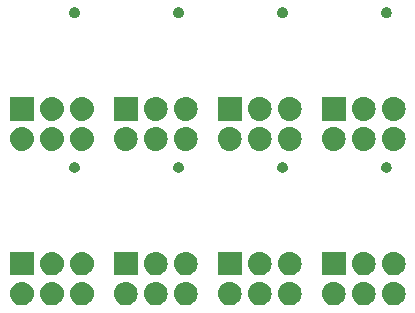
<source format=gbr>
G04 #@! TF.GenerationSoftware,KiCad,Pcbnew,(5.0.1-3-g963ef8bb5)*
G04 #@! TF.CreationDate,2019-09-15T11:53:47-04:00*
G04 #@! TF.ProjectId,RPiheader2x2,5250696865616465723278322E6B6963,rev?*
G04 #@! TF.SameCoordinates,Original*
G04 #@! TF.FileFunction,Soldermask,Top*
G04 #@! TF.FilePolarity,Negative*
%FSLAX45Y45*%
G04 Gerber Fmt 4.5, Leading zero omitted, Abs format (unit mm)*
G04 Created by KiCad (PCBNEW (5.0.1-3-g963ef8bb5)) date Sunday, September 15, 2019 at 11:53:47 am*
%MOMM*%
%LPD*%
G01*
G04 APERTURE LIST*
%ADD10C,0.021524*%
G04 APERTURE END LIST*
D10*
G36*
X1591603Y253553D02*
X1591603Y253553D01*
X1591603Y253553D01*
X1610453Y247835D01*
X1610454Y247835D01*
X1627826Y238549D01*
X1643053Y226053D01*
X1655549Y210826D01*
X1664835Y193454D01*
X1670553Y174603D01*
X1672484Y155000D01*
X1670553Y135397D01*
X1664835Y116546D01*
X1655549Y99174D01*
X1643053Y83947D01*
X1627826Y71451D01*
X1627826Y71451D01*
X1610453Y62165D01*
X1591603Y56447D01*
X1591603Y56447D01*
X1591603Y56447D01*
X1576912Y55000D01*
X1567088Y55000D01*
X1552397Y56447D01*
X1552397Y56447D01*
X1552397Y56447D01*
X1533546Y62165D01*
X1516174Y71451D01*
X1516174Y71451D01*
X1500947Y83947D01*
X1488451Y99174D01*
X1479165Y116546D01*
X1473447Y135397D01*
X1471516Y155000D01*
X1473447Y174603D01*
X1479165Y193454D01*
X1488451Y210826D01*
X1500947Y226053D01*
X1516174Y238549D01*
X1533546Y247835D01*
X1533546Y247835D01*
X1552397Y253553D01*
X1552397Y253553D01*
X1552397Y253553D01*
X1567088Y255000D01*
X1576912Y255000D01*
X1591603Y253553D01*
X1591603Y253553D01*
G37*
G36*
X1337603Y253553D02*
X1337603Y253553D01*
X1337603Y253553D01*
X1356454Y247835D01*
X1356454Y247835D01*
X1373826Y238549D01*
X1389053Y226053D01*
X1401549Y210826D01*
X1410835Y193454D01*
X1416553Y174603D01*
X1418484Y155000D01*
X1416553Y135397D01*
X1410835Y116546D01*
X1401549Y99174D01*
X1389053Y83947D01*
X1373826Y71451D01*
X1373826Y71451D01*
X1356454Y62165D01*
X1337603Y56447D01*
X1337603Y56447D01*
X1337603Y56447D01*
X1322912Y55000D01*
X1313088Y55000D01*
X1298397Y56447D01*
X1298397Y56447D01*
X1298397Y56447D01*
X1279547Y62165D01*
X1262174Y71451D01*
X1262174Y71451D01*
X1246947Y83947D01*
X1234451Y99174D01*
X1225165Y116546D01*
X1219447Y135397D01*
X1217516Y155000D01*
X1219447Y174603D01*
X1225165Y193454D01*
X1234451Y210826D01*
X1246947Y226053D01*
X1262174Y238549D01*
X1279546Y247835D01*
X1279547Y247835D01*
X1298397Y253553D01*
X1298397Y253553D01*
X1298397Y253553D01*
X1313088Y255000D01*
X1322912Y255000D01*
X1337603Y253553D01*
X1337603Y253553D01*
G37*
G36*
X1083603Y253553D02*
X1083603Y253553D01*
X1083603Y253553D01*
X1102454Y247835D01*
X1102454Y247835D01*
X1119826Y238549D01*
X1135053Y226053D01*
X1147549Y210826D01*
X1156835Y193454D01*
X1162553Y174603D01*
X1164484Y155000D01*
X1162553Y135397D01*
X1156835Y116546D01*
X1147549Y99174D01*
X1135053Y83947D01*
X1119826Y71451D01*
X1119826Y71451D01*
X1102454Y62165D01*
X1083603Y56447D01*
X1083603Y56447D01*
X1083603Y56447D01*
X1068912Y55000D01*
X1059088Y55000D01*
X1044397Y56447D01*
X1044397Y56447D01*
X1044397Y56447D01*
X1025546Y62165D01*
X1008174Y71451D01*
X1008174Y71451D01*
X992947Y83947D01*
X980451Y99174D01*
X971165Y116546D01*
X965447Y135397D01*
X963516Y155000D01*
X965447Y174603D01*
X971165Y193454D01*
X980451Y210826D01*
X992947Y226053D01*
X1008174Y238549D01*
X1025546Y247835D01*
X1025546Y247835D01*
X1044397Y253553D01*
X1044397Y253553D01*
X1044397Y253553D01*
X1059088Y255000D01*
X1068912Y255000D01*
X1083603Y253553D01*
X1083603Y253553D01*
G37*
G36*
X711603Y253553D02*
X711603Y253553D01*
X711603Y253553D01*
X730453Y247835D01*
X730454Y247835D01*
X747826Y238549D01*
X763053Y226053D01*
X775549Y210826D01*
X784835Y193454D01*
X790553Y174603D01*
X792484Y155000D01*
X790553Y135397D01*
X784835Y116546D01*
X775549Y99174D01*
X763053Y83947D01*
X747826Y71451D01*
X747826Y71451D01*
X730453Y62165D01*
X711603Y56447D01*
X711603Y56447D01*
X711603Y56447D01*
X696912Y55000D01*
X687088Y55000D01*
X672397Y56447D01*
X672397Y56447D01*
X672397Y56447D01*
X653547Y62165D01*
X636174Y71451D01*
X636174Y71451D01*
X620947Y83947D01*
X608451Y99174D01*
X599165Y116546D01*
X593447Y135397D01*
X591516Y155000D01*
X593447Y174603D01*
X599165Y193454D01*
X608451Y210826D01*
X620947Y226053D01*
X636174Y238549D01*
X653546Y247835D01*
X653547Y247835D01*
X672397Y253553D01*
X672397Y253553D01*
X672397Y253553D01*
X687088Y255000D01*
X696912Y255000D01*
X711603Y253553D01*
X711603Y253553D01*
G37*
G36*
X457603Y253553D02*
X457603Y253553D01*
X457603Y253553D01*
X476453Y247835D01*
X476454Y247835D01*
X493826Y238549D01*
X509053Y226053D01*
X521549Y210826D01*
X530835Y193454D01*
X536553Y174603D01*
X538484Y155000D01*
X536553Y135397D01*
X530835Y116546D01*
X521549Y99174D01*
X509053Y83947D01*
X493826Y71451D01*
X493826Y71451D01*
X476453Y62165D01*
X457603Y56447D01*
X457603Y56447D01*
X457603Y56447D01*
X442912Y55000D01*
X433088Y55000D01*
X418397Y56447D01*
X418397Y56447D01*
X418397Y56447D01*
X399546Y62165D01*
X382174Y71451D01*
X382174Y71451D01*
X366947Y83947D01*
X354451Y99174D01*
X345165Y116546D01*
X339447Y135397D01*
X337516Y155000D01*
X339447Y174603D01*
X345165Y193454D01*
X354451Y210826D01*
X366947Y226053D01*
X382174Y238549D01*
X399546Y247835D01*
X399546Y247835D01*
X418397Y253553D01*
X418397Y253553D01*
X418397Y253553D01*
X433088Y255000D01*
X442912Y255000D01*
X457603Y253553D01*
X457603Y253553D01*
G37*
G36*
X203603Y253553D02*
X203603Y253553D01*
X203603Y253553D01*
X222453Y247835D01*
X222454Y247835D01*
X239826Y238549D01*
X255053Y226053D01*
X267549Y210826D01*
X276835Y193454D01*
X282553Y174603D01*
X284484Y155000D01*
X282553Y135397D01*
X276835Y116546D01*
X267549Y99174D01*
X255053Y83947D01*
X239826Y71451D01*
X239826Y71451D01*
X222453Y62165D01*
X203603Y56447D01*
X203603Y56447D01*
X203603Y56447D01*
X188912Y55000D01*
X179088Y55000D01*
X164397Y56447D01*
X164397Y56447D01*
X164397Y56447D01*
X145547Y62165D01*
X128174Y71451D01*
X128174Y71451D01*
X112947Y83947D01*
X100451Y99174D01*
X91165Y116546D01*
X85447Y135397D01*
X83516Y155000D01*
X85447Y174603D01*
X91165Y193454D01*
X100451Y210826D01*
X112947Y226053D01*
X128174Y238549D01*
X145546Y247835D01*
X145547Y247835D01*
X164397Y253553D01*
X164397Y253553D01*
X164397Y253553D01*
X179088Y255000D01*
X188912Y255000D01*
X203603Y253553D01*
X203603Y253553D01*
G37*
G36*
X-168397Y253553D02*
X-168397Y253553D01*
X-168397Y253553D01*
X-149547Y247835D01*
X-149546Y247835D01*
X-132174Y238549D01*
X-116947Y226053D01*
X-104451Y210826D01*
X-95165Y193454D01*
X-89447Y174603D01*
X-87516Y155000D01*
X-89447Y135397D01*
X-95165Y116546D01*
X-104451Y99174D01*
X-116947Y83947D01*
X-132174Y71451D01*
X-132174Y71451D01*
X-149547Y62165D01*
X-168397Y56447D01*
X-168397Y56447D01*
X-168397Y56447D01*
X-183088Y55000D01*
X-192912Y55000D01*
X-207603Y56447D01*
X-207603Y56447D01*
X-207603Y56447D01*
X-226453Y62165D01*
X-243826Y71451D01*
X-243826Y71451D01*
X-259053Y83947D01*
X-271549Y99174D01*
X-280835Y116546D01*
X-286553Y135397D01*
X-288484Y155000D01*
X-286553Y174603D01*
X-280835Y193454D01*
X-271549Y210826D01*
X-259053Y226053D01*
X-243826Y238549D01*
X-226454Y247835D01*
X-226453Y247835D01*
X-207603Y253553D01*
X-207603Y253553D01*
X-207603Y253553D01*
X-192912Y255000D01*
X-183088Y255000D01*
X-168397Y253553D01*
X-168397Y253553D01*
G37*
G36*
X-422397Y253553D02*
X-422397Y253553D01*
X-422397Y253553D01*
X-403546Y247835D01*
X-403546Y247835D01*
X-386174Y238549D01*
X-370947Y226053D01*
X-358451Y210826D01*
X-349165Y193454D01*
X-343447Y174603D01*
X-341516Y155000D01*
X-343447Y135397D01*
X-349165Y116546D01*
X-358451Y99174D01*
X-370947Y83947D01*
X-386174Y71451D01*
X-386174Y71451D01*
X-403546Y62165D01*
X-422397Y56447D01*
X-422397Y56447D01*
X-422397Y56447D01*
X-437088Y55000D01*
X-446912Y55000D01*
X-461603Y56447D01*
X-461603Y56447D01*
X-461603Y56447D01*
X-480453Y62165D01*
X-497826Y71451D01*
X-497826Y71451D01*
X-513053Y83947D01*
X-525549Y99174D01*
X-534835Y116546D01*
X-540553Y135397D01*
X-542484Y155000D01*
X-540553Y174603D01*
X-534835Y193454D01*
X-525549Y210826D01*
X-513053Y226053D01*
X-497826Y238549D01*
X-480454Y247835D01*
X-480453Y247835D01*
X-461603Y253553D01*
X-461603Y253553D01*
X-461603Y253553D01*
X-446912Y255000D01*
X-437088Y255000D01*
X-422397Y253553D01*
X-422397Y253553D01*
G37*
G36*
X-676397Y253553D02*
X-676397Y253553D01*
X-676397Y253553D01*
X-657547Y247835D01*
X-657546Y247835D01*
X-640174Y238549D01*
X-624947Y226053D01*
X-612451Y210826D01*
X-603165Y193454D01*
X-597447Y174603D01*
X-595516Y155000D01*
X-597447Y135397D01*
X-603165Y116546D01*
X-612451Y99174D01*
X-624947Y83947D01*
X-640174Y71451D01*
X-640174Y71451D01*
X-657547Y62165D01*
X-676397Y56447D01*
X-676397Y56447D01*
X-676397Y56447D01*
X-691088Y55000D01*
X-700912Y55000D01*
X-715603Y56447D01*
X-715603Y56447D01*
X-715603Y56447D01*
X-734453Y62165D01*
X-751826Y71451D01*
X-751826Y71451D01*
X-767053Y83947D01*
X-779549Y99174D01*
X-788835Y116546D01*
X-794553Y135397D01*
X-796484Y155000D01*
X-794553Y174603D01*
X-788835Y193454D01*
X-779549Y210826D01*
X-767053Y226053D01*
X-751826Y238549D01*
X-734454Y247835D01*
X-734453Y247835D01*
X-715603Y253553D01*
X-715603Y253553D01*
X-715603Y253553D01*
X-700912Y255000D01*
X-691088Y255000D01*
X-676397Y253553D01*
X-676397Y253553D01*
G37*
G36*
X-1048397Y253553D02*
X-1048397Y253553D01*
X-1048397Y253553D01*
X-1029546Y247835D01*
X-1029546Y247835D01*
X-1012174Y238549D01*
X-996947Y226053D01*
X-984451Y210826D01*
X-975165Y193454D01*
X-969447Y174603D01*
X-967516Y155000D01*
X-969447Y135397D01*
X-975165Y116546D01*
X-984451Y99174D01*
X-996947Y83947D01*
X-1012174Y71451D01*
X-1012174Y71451D01*
X-1029546Y62165D01*
X-1048397Y56447D01*
X-1048397Y56447D01*
X-1048397Y56447D01*
X-1063088Y55000D01*
X-1072912Y55000D01*
X-1087603Y56447D01*
X-1087603Y56447D01*
X-1087603Y56447D01*
X-1106454Y62165D01*
X-1123826Y71451D01*
X-1123826Y71451D01*
X-1139053Y83947D01*
X-1151549Y99174D01*
X-1160835Y116546D01*
X-1166553Y135397D01*
X-1168484Y155000D01*
X-1166553Y174603D01*
X-1160835Y193454D01*
X-1151549Y210826D01*
X-1139053Y226053D01*
X-1123826Y238549D01*
X-1106454Y247835D01*
X-1106454Y247835D01*
X-1087603Y253553D01*
X-1087603Y253553D01*
X-1087603Y253553D01*
X-1072912Y255000D01*
X-1063088Y255000D01*
X-1048397Y253553D01*
X-1048397Y253553D01*
G37*
G36*
X-1302397Y253553D02*
X-1302397Y253553D01*
X-1302397Y253553D01*
X-1283547Y247835D01*
X-1283546Y247835D01*
X-1266174Y238549D01*
X-1250947Y226053D01*
X-1238451Y210826D01*
X-1229165Y193454D01*
X-1223447Y174603D01*
X-1221516Y155000D01*
X-1223447Y135397D01*
X-1229165Y116546D01*
X-1238451Y99174D01*
X-1250947Y83947D01*
X-1266174Y71451D01*
X-1266174Y71451D01*
X-1283547Y62165D01*
X-1302397Y56447D01*
X-1302397Y56447D01*
X-1302397Y56447D01*
X-1317088Y55000D01*
X-1326912Y55000D01*
X-1341603Y56447D01*
X-1341603Y56447D01*
X-1341603Y56447D01*
X-1360454Y62165D01*
X-1377826Y71451D01*
X-1377826Y71451D01*
X-1393053Y83947D01*
X-1405549Y99174D01*
X-1414835Y116546D01*
X-1420553Y135397D01*
X-1422484Y155000D01*
X-1420553Y174603D01*
X-1414835Y193454D01*
X-1405549Y210826D01*
X-1393053Y226053D01*
X-1377826Y238549D01*
X-1360454Y247835D01*
X-1360454Y247835D01*
X-1341603Y253553D01*
X-1341603Y253553D01*
X-1341603Y253553D01*
X-1326912Y255000D01*
X-1317088Y255000D01*
X-1302397Y253553D01*
X-1302397Y253553D01*
G37*
G36*
X-1556397Y253553D02*
X-1556397Y253553D01*
X-1556397Y253553D01*
X-1537546Y247835D01*
X-1537546Y247835D01*
X-1520174Y238549D01*
X-1504947Y226053D01*
X-1492451Y210826D01*
X-1483165Y193454D01*
X-1477447Y174603D01*
X-1475516Y155000D01*
X-1477447Y135397D01*
X-1483165Y116546D01*
X-1492451Y99174D01*
X-1504947Y83947D01*
X-1520174Y71451D01*
X-1520174Y71451D01*
X-1537546Y62165D01*
X-1556397Y56447D01*
X-1556397Y56447D01*
X-1556397Y56447D01*
X-1571088Y55000D01*
X-1580912Y55000D01*
X-1595603Y56447D01*
X-1595603Y56447D01*
X-1595603Y56447D01*
X-1614453Y62165D01*
X-1631826Y71451D01*
X-1631826Y71451D01*
X-1647053Y83947D01*
X-1659549Y99174D01*
X-1668835Y116546D01*
X-1674553Y135397D01*
X-1676484Y155000D01*
X-1674553Y174603D01*
X-1668835Y193454D01*
X-1659549Y210826D01*
X-1647053Y226053D01*
X-1631826Y238549D01*
X-1614454Y247835D01*
X-1614453Y247835D01*
X-1595603Y253553D01*
X-1595603Y253553D01*
X-1595603Y253553D01*
X-1580912Y255000D01*
X-1571088Y255000D01*
X-1556397Y253553D01*
X-1556397Y253553D01*
G37*
G36*
X-596000Y309000D02*
X-796000Y309000D01*
X-796000Y509000D01*
X-596000Y509000D01*
X-596000Y309000D01*
X-596000Y309000D01*
G37*
G36*
X1591603Y507553D02*
X1591603Y507553D01*
X1591603Y507553D01*
X1610453Y501835D01*
X1610454Y501835D01*
X1627826Y492549D01*
X1643053Y480053D01*
X1655549Y464826D01*
X1664835Y447454D01*
X1670553Y428603D01*
X1672484Y409000D01*
X1670553Y389397D01*
X1664835Y370546D01*
X1655549Y353174D01*
X1643053Y337947D01*
X1627826Y325451D01*
X1627826Y325451D01*
X1610453Y316165D01*
X1591603Y310447D01*
X1591603Y310447D01*
X1591603Y310447D01*
X1576912Y309000D01*
X1567088Y309000D01*
X1552397Y310447D01*
X1552397Y310447D01*
X1552397Y310447D01*
X1533546Y316165D01*
X1516174Y325451D01*
X1516174Y325451D01*
X1500947Y337947D01*
X1488451Y353174D01*
X1479165Y370546D01*
X1473447Y389397D01*
X1471516Y409000D01*
X1473447Y428603D01*
X1479165Y447454D01*
X1488451Y464826D01*
X1500947Y480053D01*
X1516174Y492549D01*
X1533546Y501835D01*
X1533546Y501835D01*
X1552397Y507553D01*
X1552397Y507553D01*
X1552397Y507553D01*
X1567088Y509000D01*
X1576912Y509000D01*
X1591603Y507553D01*
X1591603Y507553D01*
G37*
G36*
X711603Y507553D02*
X711603Y507553D01*
X711603Y507553D01*
X730453Y501835D01*
X730454Y501835D01*
X747826Y492549D01*
X763053Y480053D01*
X775549Y464826D01*
X784835Y447454D01*
X790553Y428603D01*
X792484Y409000D01*
X790553Y389397D01*
X784835Y370546D01*
X775549Y353174D01*
X763053Y337947D01*
X747826Y325451D01*
X747826Y325451D01*
X730453Y316165D01*
X711603Y310447D01*
X711603Y310447D01*
X711603Y310447D01*
X696912Y309000D01*
X687088Y309000D01*
X672397Y310447D01*
X672397Y310447D01*
X672397Y310447D01*
X653547Y316165D01*
X636174Y325451D01*
X636174Y325451D01*
X620947Y337947D01*
X608451Y353174D01*
X599165Y370546D01*
X593447Y389397D01*
X591516Y409000D01*
X593447Y428603D01*
X599165Y447454D01*
X608451Y464826D01*
X620947Y480053D01*
X636174Y492549D01*
X653546Y501835D01*
X653547Y501835D01*
X672397Y507553D01*
X672397Y507553D01*
X672397Y507553D01*
X687088Y509000D01*
X696912Y509000D01*
X711603Y507553D01*
X711603Y507553D01*
G37*
G36*
X1337603Y507553D02*
X1337603Y507553D01*
X1337603Y507553D01*
X1356454Y501835D01*
X1356454Y501835D01*
X1373826Y492549D01*
X1389053Y480053D01*
X1401549Y464826D01*
X1410835Y447454D01*
X1416553Y428603D01*
X1418484Y409000D01*
X1416553Y389397D01*
X1410835Y370546D01*
X1401549Y353174D01*
X1389053Y337947D01*
X1373826Y325451D01*
X1373826Y325451D01*
X1356454Y316165D01*
X1337603Y310447D01*
X1337603Y310447D01*
X1337603Y310447D01*
X1322912Y309000D01*
X1313088Y309000D01*
X1298397Y310447D01*
X1298397Y310447D01*
X1298397Y310447D01*
X1279547Y316165D01*
X1262174Y325451D01*
X1262174Y325451D01*
X1246947Y337947D01*
X1234451Y353174D01*
X1225165Y370546D01*
X1219447Y389397D01*
X1217516Y409000D01*
X1219447Y428603D01*
X1225165Y447454D01*
X1234451Y464826D01*
X1246947Y480053D01*
X1262174Y492549D01*
X1279546Y501835D01*
X1279547Y501835D01*
X1298397Y507553D01*
X1298397Y507553D01*
X1298397Y507553D01*
X1313088Y509000D01*
X1322912Y509000D01*
X1337603Y507553D01*
X1337603Y507553D01*
G37*
G36*
X457603Y507553D02*
X457603Y507553D01*
X457603Y507553D01*
X476453Y501835D01*
X476454Y501835D01*
X493826Y492549D01*
X509053Y480053D01*
X521549Y464826D01*
X530835Y447454D01*
X536553Y428603D01*
X538484Y409000D01*
X536553Y389397D01*
X530835Y370546D01*
X521549Y353174D01*
X509053Y337947D01*
X493826Y325451D01*
X493826Y325451D01*
X476453Y316165D01*
X457603Y310447D01*
X457603Y310447D01*
X457603Y310447D01*
X442912Y309000D01*
X433088Y309000D01*
X418397Y310447D01*
X418397Y310447D01*
X418397Y310447D01*
X399546Y316165D01*
X382174Y325451D01*
X382174Y325451D01*
X366947Y337947D01*
X354451Y353174D01*
X345165Y370546D01*
X339447Y389397D01*
X337516Y409000D01*
X339447Y428603D01*
X345165Y447454D01*
X354451Y464826D01*
X366947Y480053D01*
X382174Y492549D01*
X399546Y501835D01*
X399546Y501835D01*
X418397Y507553D01*
X418397Y507553D01*
X418397Y507553D01*
X433088Y509000D01*
X442912Y509000D01*
X457603Y507553D01*
X457603Y507553D01*
G37*
G36*
X1164000Y309000D02*
X964000Y309000D01*
X964000Y509000D01*
X1164000Y509000D01*
X1164000Y309000D01*
X1164000Y309000D01*
G37*
G36*
X284000Y309000D02*
X84000Y309000D01*
X84000Y509000D01*
X284000Y509000D01*
X284000Y309000D01*
X284000Y309000D01*
G37*
G36*
X-1476000Y309000D02*
X-1676000Y309000D01*
X-1676000Y509000D01*
X-1476000Y509000D01*
X-1476000Y309000D01*
X-1476000Y309000D01*
G37*
G36*
X-168397Y507553D02*
X-168397Y507553D01*
X-168397Y507553D01*
X-149547Y501835D01*
X-149546Y501835D01*
X-132174Y492549D01*
X-116947Y480053D01*
X-104451Y464826D01*
X-95165Y447454D01*
X-89447Y428603D01*
X-87516Y409000D01*
X-89447Y389397D01*
X-95165Y370546D01*
X-104451Y353174D01*
X-116947Y337947D01*
X-132174Y325451D01*
X-132174Y325451D01*
X-149547Y316165D01*
X-168397Y310447D01*
X-168397Y310447D01*
X-168397Y310447D01*
X-183088Y309000D01*
X-192912Y309000D01*
X-207603Y310447D01*
X-207603Y310447D01*
X-207603Y310447D01*
X-226453Y316165D01*
X-243826Y325451D01*
X-243826Y325451D01*
X-259053Y337947D01*
X-271549Y353174D01*
X-280835Y370546D01*
X-286553Y389397D01*
X-288484Y409000D01*
X-286553Y428603D01*
X-280835Y447454D01*
X-271549Y464826D01*
X-259053Y480053D01*
X-243826Y492549D01*
X-226454Y501835D01*
X-226453Y501835D01*
X-207603Y507553D01*
X-207603Y507553D01*
X-207603Y507553D01*
X-192912Y509000D01*
X-183088Y509000D01*
X-168397Y507553D01*
X-168397Y507553D01*
G37*
G36*
X-1302397Y507553D02*
X-1302397Y507553D01*
X-1302397Y507553D01*
X-1283547Y501835D01*
X-1283546Y501835D01*
X-1266174Y492549D01*
X-1250947Y480053D01*
X-1238451Y464826D01*
X-1229165Y447454D01*
X-1223447Y428603D01*
X-1221516Y409000D01*
X-1223447Y389397D01*
X-1229165Y370546D01*
X-1238451Y353174D01*
X-1250947Y337947D01*
X-1266174Y325451D01*
X-1266174Y325451D01*
X-1283547Y316165D01*
X-1302397Y310447D01*
X-1302397Y310447D01*
X-1302397Y310447D01*
X-1317088Y309000D01*
X-1326912Y309000D01*
X-1341603Y310447D01*
X-1341603Y310447D01*
X-1341603Y310447D01*
X-1360454Y316165D01*
X-1377826Y325451D01*
X-1377826Y325451D01*
X-1393053Y337947D01*
X-1405549Y353174D01*
X-1414835Y370546D01*
X-1420553Y389397D01*
X-1422484Y409000D01*
X-1420553Y428603D01*
X-1414835Y447454D01*
X-1405549Y464826D01*
X-1393053Y480053D01*
X-1377826Y492549D01*
X-1360454Y501835D01*
X-1360454Y501835D01*
X-1341603Y507553D01*
X-1341603Y507553D01*
X-1341603Y507553D01*
X-1326912Y509000D01*
X-1317088Y509000D01*
X-1302397Y507553D01*
X-1302397Y507553D01*
G37*
G36*
X-422397Y507553D02*
X-422397Y507553D01*
X-422397Y507553D01*
X-403546Y501835D01*
X-403546Y501835D01*
X-386174Y492549D01*
X-370947Y480053D01*
X-358451Y464826D01*
X-349165Y447454D01*
X-343447Y428603D01*
X-341516Y409000D01*
X-343447Y389397D01*
X-349165Y370546D01*
X-358451Y353174D01*
X-370947Y337947D01*
X-386174Y325451D01*
X-386174Y325451D01*
X-403546Y316165D01*
X-422397Y310447D01*
X-422397Y310447D01*
X-422397Y310447D01*
X-437088Y309000D01*
X-446912Y309000D01*
X-461603Y310447D01*
X-461603Y310447D01*
X-461603Y310447D01*
X-480453Y316165D01*
X-497826Y325451D01*
X-497826Y325451D01*
X-513053Y337947D01*
X-525549Y353174D01*
X-534835Y370546D01*
X-540553Y389397D01*
X-542484Y409000D01*
X-540553Y428603D01*
X-534835Y447454D01*
X-525549Y464826D01*
X-513053Y480053D01*
X-497826Y492549D01*
X-480454Y501835D01*
X-480453Y501835D01*
X-461603Y507553D01*
X-461603Y507553D01*
X-461603Y507553D01*
X-446912Y509000D01*
X-437088Y509000D01*
X-422397Y507553D01*
X-422397Y507553D01*
G37*
G36*
X-1048397Y507553D02*
X-1048397Y507553D01*
X-1048397Y507553D01*
X-1029546Y501835D01*
X-1029546Y501835D01*
X-1012174Y492549D01*
X-996947Y480053D01*
X-984451Y464826D01*
X-975165Y447454D01*
X-969447Y428603D01*
X-967516Y409000D01*
X-969447Y389397D01*
X-975165Y370546D01*
X-984451Y353174D01*
X-996947Y337947D01*
X-1012174Y325451D01*
X-1012174Y325451D01*
X-1029546Y316165D01*
X-1048397Y310447D01*
X-1048397Y310447D01*
X-1048397Y310447D01*
X-1063088Y309000D01*
X-1072912Y309000D01*
X-1087603Y310447D01*
X-1087603Y310447D01*
X-1087603Y310447D01*
X-1106454Y316165D01*
X-1123826Y325451D01*
X-1123826Y325451D01*
X-1139053Y337947D01*
X-1151549Y353174D01*
X-1160835Y370546D01*
X-1166553Y389397D01*
X-1168484Y409000D01*
X-1166553Y428603D01*
X-1160835Y447454D01*
X-1151549Y464826D01*
X-1139053Y480053D01*
X-1123826Y492549D01*
X-1106454Y501835D01*
X-1106454Y501835D01*
X-1087603Y507553D01*
X-1087603Y507553D01*
X-1087603Y507553D01*
X-1072912Y509000D01*
X-1063088Y509000D01*
X-1048397Y507553D01*
X-1048397Y507553D01*
G37*
G36*
X643126Y1268271D02*
X651316Y1264879D01*
X658686Y1259954D01*
X664954Y1253686D01*
X669879Y1246316D01*
X673271Y1238126D01*
X675000Y1229432D01*
X675000Y1220568D01*
X673271Y1211874D01*
X669879Y1203685D01*
X664954Y1196314D01*
X658686Y1190046D01*
X651316Y1185122D01*
X643126Y1181729D01*
X634432Y1180000D01*
X625568Y1180000D01*
X616874Y1181729D01*
X608685Y1185122D01*
X601314Y1190046D01*
X595046Y1196314D01*
X590122Y1203685D01*
X586729Y1211874D01*
X585000Y1220568D01*
X585000Y1229432D01*
X586729Y1238126D01*
X590122Y1246316D01*
X595046Y1253686D01*
X601314Y1259954D01*
X608685Y1264879D01*
X616874Y1268271D01*
X625568Y1270000D01*
X634432Y1270000D01*
X643126Y1268271D01*
X643126Y1268271D01*
G37*
G36*
X-236874Y1268271D02*
X-228684Y1264879D01*
X-221314Y1259954D01*
X-215046Y1253686D01*
X-210121Y1246316D01*
X-206729Y1238126D01*
X-205000Y1229432D01*
X-205000Y1220568D01*
X-206729Y1211874D01*
X-210121Y1203685D01*
X-215046Y1196314D01*
X-221314Y1190046D01*
X-228684Y1185122D01*
X-236874Y1181729D01*
X-245568Y1180000D01*
X-254432Y1180000D01*
X-263126Y1181729D01*
X-271316Y1185122D01*
X-278686Y1190046D01*
X-284954Y1196314D01*
X-289879Y1203685D01*
X-293271Y1211874D01*
X-295000Y1220568D01*
X-295000Y1229432D01*
X-293271Y1238126D01*
X-289879Y1246316D01*
X-284954Y1253686D01*
X-278686Y1259954D01*
X-271316Y1264879D01*
X-263126Y1268271D01*
X-254432Y1270000D01*
X-245568Y1270000D01*
X-236874Y1268271D01*
X-236874Y1268271D01*
G37*
G36*
X-1116874Y1268271D02*
X-1108685Y1264879D01*
X-1101314Y1259954D01*
X-1095046Y1253686D01*
X-1090122Y1246316D01*
X-1086729Y1238126D01*
X-1085000Y1229432D01*
X-1085000Y1220568D01*
X-1086729Y1211874D01*
X-1090122Y1203685D01*
X-1095046Y1196314D01*
X-1101314Y1190046D01*
X-1108685Y1185122D01*
X-1116874Y1181729D01*
X-1125568Y1180000D01*
X-1134432Y1180000D01*
X-1143126Y1181729D01*
X-1151316Y1185122D01*
X-1158686Y1190046D01*
X-1164954Y1196314D01*
X-1169879Y1203685D01*
X-1173271Y1211874D01*
X-1175000Y1220568D01*
X-1175000Y1229432D01*
X-1173271Y1238126D01*
X-1169879Y1246316D01*
X-1164954Y1253686D01*
X-1158686Y1259954D01*
X-1151316Y1264879D01*
X-1143126Y1268271D01*
X-1134432Y1270000D01*
X-1125568Y1270000D01*
X-1116874Y1268271D01*
X-1116874Y1268271D01*
G37*
G36*
X1523126Y1268271D02*
X1531315Y1264879D01*
X1538686Y1259954D01*
X1544954Y1253686D01*
X1549878Y1246316D01*
X1553271Y1238126D01*
X1555000Y1229432D01*
X1555000Y1220568D01*
X1553271Y1211874D01*
X1549878Y1203685D01*
X1544954Y1196314D01*
X1538686Y1190046D01*
X1531315Y1185122D01*
X1523126Y1181729D01*
X1514432Y1180000D01*
X1505568Y1180000D01*
X1496874Y1181729D01*
X1488684Y1185122D01*
X1481314Y1190046D01*
X1475046Y1196314D01*
X1470121Y1203685D01*
X1466729Y1211874D01*
X1465000Y1220568D01*
X1465000Y1229432D01*
X1466729Y1238126D01*
X1470121Y1246316D01*
X1475046Y1253686D01*
X1481314Y1259954D01*
X1488684Y1264879D01*
X1496874Y1268271D01*
X1505568Y1270000D01*
X1514432Y1270000D01*
X1523126Y1268271D01*
X1523126Y1268271D01*
G37*
G36*
X1591603Y1563553D02*
X1591603Y1563553D01*
X1591603Y1563553D01*
X1610453Y1557835D01*
X1610454Y1557835D01*
X1627826Y1548549D01*
X1643053Y1536053D01*
X1655549Y1520826D01*
X1664835Y1503454D01*
X1670553Y1484603D01*
X1672484Y1465000D01*
X1670553Y1445397D01*
X1664835Y1426546D01*
X1655549Y1409174D01*
X1643053Y1393947D01*
X1627826Y1381451D01*
X1627826Y1381451D01*
X1610453Y1372165D01*
X1591603Y1366447D01*
X1591603Y1366447D01*
X1591603Y1366447D01*
X1576912Y1365000D01*
X1567088Y1365000D01*
X1552397Y1366447D01*
X1552397Y1366447D01*
X1552397Y1366447D01*
X1533546Y1372165D01*
X1516174Y1381451D01*
X1516174Y1381451D01*
X1500947Y1393947D01*
X1488451Y1409174D01*
X1479165Y1426546D01*
X1473447Y1445397D01*
X1471516Y1465000D01*
X1473447Y1484603D01*
X1479165Y1503454D01*
X1488451Y1520826D01*
X1500947Y1536053D01*
X1516174Y1548549D01*
X1533546Y1557835D01*
X1533546Y1557835D01*
X1552397Y1563553D01*
X1552397Y1563553D01*
X1552397Y1563553D01*
X1567088Y1565000D01*
X1576912Y1565000D01*
X1591603Y1563553D01*
X1591603Y1563553D01*
G37*
G36*
X1337603Y1563553D02*
X1337603Y1563553D01*
X1337603Y1563553D01*
X1356454Y1557835D01*
X1356454Y1557835D01*
X1373826Y1548549D01*
X1389053Y1536053D01*
X1401549Y1520826D01*
X1410835Y1503454D01*
X1416553Y1484603D01*
X1418484Y1465000D01*
X1416553Y1445397D01*
X1410835Y1426546D01*
X1401549Y1409174D01*
X1389053Y1393947D01*
X1373826Y1381451D01*
X1373826Y1381451D01*
X1356454Y1372165D01*
X1337603Y1366447D01*
X1337603Y1366447D01*
X1337603Y1366447D01*
X1322912Y1365000D01*
X1313088Y1365000D01*
X1298397Y1366447D01*
X1298397Y1366447D01*
X1298397Y1366447D01*
X1279547Y1372165D01*
X1262174Y1381451D01*
X1262174Y1381451D01*
X1246947Y1393947D01*
X1234451Y1409174D01*
X1225165Y1426546D01*
X1219447Y1445397D01*
X1217516Y1465000D01*
X1219447Y1484603D01*
X1225165Y1503454D01*
X1234451Y1520826D01*
X1246947Y1536053D01*
X1262174Y1548549D01*
X1279546Y1557835D01*
X1279547Y1557835D01*
X1298397Y1563553D01*
X1298397Y1563553D01*
X1298397Y1563553D01*
X1313088Y1565000D01*
X1322912Y1565000D01*
X1337603Y1563553D01*
X1337603Y1563553D01*
G37*
G36*
X1083603Y1563553D02*
X1083603Y1563553D01*
X1083603Y1563553D01*
X1102454Y1557835D01*
X1102454Y1557835D01*
X1119826Y1548549D01*
X1135053Y1536053D01*
X1147549Y1520826D01*
X1156835Y1503454D01*
X1162553Y1484603D01*
X1164484Y1465000D01*
X1162553Y1445397D01*
X1156835Y1426546D01*
X1147549Y1409174D01*
X1135053Y1393947D01*
X1119826Y1381451D01*
X1119826Y1381451D01*
X1102454Y1372165D01*
X1083603Y1366447D01*
X1083603Y1366447D01*
X1083603Y1366447D01*
X1068912Y1365000D01*
X1059088Y1365000D01*
X1044397Y1366447D01*
X1044397Y1366447D01*
X1044397Y1366447D01*
X1025546Y1372165D01*
X1008174Y1381451D01*
X1008174Y1381451D01*
X992947Y1393947D01*
X980451Y1409174D01*
X971165Y1426546D01*
X965447Y1445397D01*
X963516Y1465000D01*
X965447Y1484603D01*
X971165Y1503454D01*
X980451Y1520826D01*
X992947Y1536053D01*
X1008174Y1548549D01*
X1025546Y1557835D01*
X1025546Y1557835D01*
X1044397Y1563553D01*
X1044397Y1563553D01*
X1044397Y1563553D01*
X1059088Y1565000D01*
X1068912Y1565000D01*
X1083603Y1563553D01*
X1083603Y1563553D01*
G37*
G36*
X711603Y1563553D02*
X711603Y1563553D01*
X711603Y1563553D01*
X730453Y1557835D01*
X730454Y1557835D01*
X747826Y1548549D01*
X763053Y1536053D01*
X775549Y1520826D01*
X784835Y1503454D01*
X790553Y1484603D01*
X792484Y1465000D01*
X790553Y1445397D01*
X784835Y1426546D01*
X775549Y1409174D01*
X763053Y1393947D01*
X747826Y1381451D01*
X747826Y1381451D01*
X730453Y1372165D01*
X711603Y1366447D01*
X711603Y1366447D01*
X711603Y1366447D01*
X696912Y1365000D01*
X687088Y1365000D01*
X672397Y1366447D01*
X672397Y1366447D01*
X672397Y1366447D01*
X653547Y1372165D01*
X636174Y1381451D01*
X636174Y1381451D01*
X620947Y1393947D01*
X608451Y1409174D01*
X599165Y1426546D01*
X593447Y1445397D01*
X591516Y1465000D01*
X593447Y1484603D01*
X599165Y1503454D01*
X608451Y1520826D01*
X620947Y1536053D01*
X636174Y1548549D01*
X653546Y1557835D01*
X653547Y1557835D01*
X672397Y1563553D01*
X672397Y1563553D01*
X672397Y1563553D01*
X687088Y1565000D01*
X696912Y1565000D01*
X711603Y1563553D01*
X711603Y1563553D01*
G37*
G36*
X457603Y1563553D02*
X457603Y1563553D01*
X457603Y1563553D01*
X476453Y1557835D01*
X476454Y1557835D01*
X493826Y1548549D01*
X509053Y1536053D01*
X521549Y1520826D01*
X530835Y1503454D01*
X536553Y1484603D01*
X538484Y1465000D01*
X536553Y1445397D01*
X530835Y1426546D01*
X521549Y1409174D01*
X509053Y1393947D01*
X493826Y1381451D01*
X493826Y1381451D01*
X476453Y1372165D01*
X457603Y1366447D01*
X457603Y1366447D01*
X457603Y1366447D01*
X442912Y1365000D01*
X433088Y1365000D01*
X418397Y1366447D01*
X418397Y1366447D01*
X418397Y1366447D01*
X399546Y1372165D01*
X382174Y1381451D01*
X382174Y1381451D01*
X366947Y1393947D01*
X354451Y1409174D01*
X345165Y1426546D01*
X339447Y1445397D01*
X337516Y1465000D01*
X339447Y1484603D01*
X345165Y1503454D01*
X354451Y1520826D01*
X366947Y1536053D01*
X382174Y1548549D01*
X399546Y1557835D01*
X399546Y1557835D01*
X418397Y1563553D01*
X418397Y1563553D01*
X418397Y1563553D01*
X433088Y1565000D01*
X442912Y1565000D01*
X457603Y1563553D01*
X457603Y1563553D01*
G37*
G36*
X203603Y1563553D02*
X203603Y1563553D01*
X203603Y1563553D01*
X222453Y1557835D01*
X222454Y1557835D01*
X239826Y1548549D01*
X255053Y1536053D01*
X267549Y1520826D01*
X276835Y1503454D01*
X282553Y1484603D01*
X284484Y1465000D01*
X282553Y1445397D01*
X276835Y1426546D01*
X267549Y1409174D01*
X255053Y1393947D01*
X239826Y1381451D01*
X239826Y1381451D01*
X222453Y1372165D01*
X203603Y1366447D01*
X203603Y1366447D01*
X203603Y1366447D01*
X188912Y1365000D01*
X179088Y1365000D01*
X164397Y1366447D01*
X164397Y1366447D01*
X164397Y1366447D01*
X145547Y1372165D01*
X128174Y1381451D01*
X128174Y1381451D01*
X112947Y1393947D01*
X100451Y1409174D01*
X91165Y1426546D01*
X85447Y1445397D01*
X83516Y1465000D01*
X85447Y1484603D01*
X91165Y1503454D01*
X100451Y1520826D01*
X112947Y1536053D01*
X128174Y1548549D01*
X145546Y1557835D01*
X145547Y1557835D01*
X164397Y1563553D01*
X164397Y1563553D01*
X164397Y1563553D01*
X179088Y1565000D01*
X188912Y1565000D01*
X203603Y1563553D01*
X203603Y1563553D01*
G37*
G36*
X-168397Y1563553D02*
X-168397Y1563553D01*
X-168397Y1563553D01*
X-149547Y1557835D01*
X-149546Y1557835D01*
X-132174Y1548549D01*
X-116947Y1536053D01*
X-104451Y1520826D01*
X-95165Y1503454D01*
X-89447Y1484603D01*
X-87516Y1465000D01*
X-89447Y1445397D01*
X-95165Y1426546D01*
X-104451Y1409174D01*
X-116947Y1393947D01*
X-132174Y1381451D01*
X-132174Y1381451D01*
X-149547Y1372165D01*
X-168397Y1366447D01*
X-168397Y1366447D01*
X-168397Y1366447D01*
X-183088Y1365000D01*
X-192912Y1365000D01*
X-207603Y1366447D01*
X-207603Y1366447D01*
X-207603Y1366447D01*
X-226453Y1372165D01*
X-243826Y1381451D01*
X-243826Y1381451D01*
X-259053Y1393947D01*
X-271549Y1409174D01*
X-280835Y1426546D01*
X-286553Y1445397D01*
X-288484Y1465000D01*
X-286553Y1484603D01*
X-280835Y1503454D01*
X-271549Y1520826D01*
X-259053Y1536053D01*
X-243826Y1548549D01*
X-226454Y1557835D01*
X-226453Y1557835D01*
X-207603Y1563553D01*
X-207603Y1563553D01*
X-207603Y1563553D01*
X-192912Y1565000D01*
X-183088Y1565000D01*
X-168397Y1563553D01*
X-168397Y1563553D01*
G37*
G36*
X-422397Y1563553D02*
X-422397Y1563553D01*
X-422397Y1563553D01*
X-403546Y1557835D01*
X-403546Y1557835D01*
X-386174Y1548549D01*
X-370947Y1536053D01*
X-358451Y1520826D01*
X-349165Y1503454D01*
X-343447Y1484603D01*
X-341516Y1465000D01*
X-343447Y1445397D01*
X-349165Y1426546D01*
X-358451Y1409174D01*
X-370947Y1393947D01*
X-386174Y1381451D01*
X-386174Y1381451D01*
X-403546Y1372165D01*
X-422397Y1366447D01*
X-422397Y1366447D01*
X-422397Y1366447D01*
X-437088Y1365000D01*
X-446912Y1365000D01*
X-461603Y1366447D01*
X-461603Y1366447D01*
X-461603Y1366447D01*
X-480453Y1372165D01*
X-497826Y1381451D01*
X-497826Y1381451D01*
X-513053Y1393947D01*
X-525549Y1409174D01*
X-534835Y1426546D01*
X-540553Y1445397D01*
X-542484Y1465000D01*
X-540553Y1484603D01*
X-534835Y1503454D01*
X-525549Y1520826D01*
X-513053Y1536053D01*
X-497826Y1548549D01*
X-480454Y1557835D01*
X-480453Y1557835D01*
X-461603Y1563553D01*
X-461603Y1563553D01*
X-461603Y1563553D01*
X-446912Y1565000D01*
X-437088Y1565000D01*
X-422397Y1563553D01*
X-422397Y1563553D01*
G37*
G36*
X-676397Y1563553D02*
X-676397Y1563553D01*
X-676397Y1563553D01*
X-657547Y1557835D01*
X-657546Y1557835D01*
X-640174Y1548549D01*
X-624947Y1536053D01*
X-612451Y1520826D01*
X-603165Y1503454D01*
X-597447Y1484603D01*
X-595516Y1465000D01*
X-597447Y1445397D01*
X-603165Y1426546D01*
X-612451Y1409174D01*
X-624947Y1393947D01*
X-640174Y1381451D01*
X-640174Y1381451D01*
X-657547Y1372165D01*
X-676397Y1366447D01*
X-676397Y1366447D01*
X-676397Y1366447D01*
X-691088Y1365000D01*
X-700912Y1365000D01*
X-715603Y1366447D01*
X-715603Y1366447D01*
X-715603Y1366447D01*
X-734453Y1372165D01*
X-751826Y1381451D01*
X-751826Y1381451D01*
X-767053Y1393947D01*
X-779549Y1409174D01*
X-788835Y1426546D01*
X-794553Y1445397D01*
X-796484Y1465000D01*
X-794553Y1484603D01*
X-788835Y1503454D01*
X-779549Y1520826D01*
X-767053Y1536053D01*
X-751826Y1548549D01*
X-734454Y1557835D01*
X-734453Y1557835D01*
X-715603Y1563553D01*
X-715603Y1563553D01*
X-715603Y1563553D01*
X-700912Y1565000D01*
X-691088Y1565000D01*
X-676397Y1563553D01*
X-676397Y1563553D01*
G37*
G36*
X-1048397Y1563553D02*
X-1048397Y1563553D01*
X-1048397Y1563553D01*
X-1029546Y1557835D01*
X-1029546Y1557835D01*
X-1012174Y1548549D01*
X-996947Y1536053D01*
X-984451Y1520826D01*
X-975165Y1503454D01*
X-969447Y1484603D01*
X-967516Y1465000D01*
X-969447Y1445397D01*
X-975165Y1426546D01*
X-984451Y1409174D01*
X-996947Y1393947D01*
X-1012174Y1381451D01*
X-1012174Y1381451D01*
X-1029546Y1372165D01*
X-1048397Y1366447D01*
X-1048397Y1366447D01*
X-1048397Y1366447D01*
X-1063088Y1365000D01*
X-1072912Y1365000D01*
X-1087603Y1366447D01*
X-1087603Y1366447D01*
X-1087603Y1366447D01*
X-1106454Y1372165D01*
X-1123826Y1381451D01*
X-1123826Y1381451D01*
X-1139053Y1393947D01*
X-1151549Y1409174D01*
X-1160835Y1426546D01*
X-1166553Y1445397D01*
X-1168484Y1465000D01*
X-1166553Y1484603D01*
X-1160835Y1503454D01*
X-1151549Y1520826D01*
X-1139053Y1536053D01*
X-1123826Y1548549D01*
X-1106454Y1557835D01*
X-1106454Y1557835D01*
X-1087603Y1563553D01*
X-1087603Y1563553D01*
X-1087603Y1563553D01*
X-1072912Y1565000D01*
X-1063088Y1565000D01*
X-1048397Y1563553D01*
X-1048397Y1563553D01*
G37*
G36*
X-1556397Y1563553D02*
X-1556397Y1563553D01*
X-1556397Y1563553D01*
X-1537546Y1557835D01*
X-1537546Y1557835D01*
X-1520174Y1548549D01*
X-1504947Y1536053D01*
X-1492451Y1520826D01*
X-1483165Y1503454D01*
X-1477447Y1484603D01*
X-1475516Y1465000D01*
X-1477447Y1445397D01*
X-1483165Y1426546D01*
X-1492451Y1409174D01*
X-1504947Y1393947D01*
X-1520174Y1381451D01*
X-1520174Y1381451D01*
X-1537546Y1372165D01*
X-1556397Y1366447D01*
X-1556397Y1366447D01*
X-1556397Y1366447D01*
X-1571088Y1365000D01*
X-1580912Y1365000D01*
X-1595603Y1366447D01*
X-1595603Y1366447D01*
X-1595603Y1366447D01*
X-1614453Y1372165D01*
X-1631826Y1381451D01*
X-1631826Y1381451D01*
X-1647053Y1393947D01*
X-1659549Y1409174D01*
X-1668835Y1426546D01*
X-1674553Y1445397D01*
X-1676484Y1465000D01*
X-1674553Y1484603D01*
X-1668835Y1503454D01*
X-1659549Y1520826D01*
X-1647053Y1536053D01*
X-1631826Y1548549D01*
X-1614454Y1557835D01*
X-1614453Y1557835D01*
X-1595603Y1563553D01*
X-1595603Y1563553D01*
X-1595603Y1563553D01*
X-1580912Y1565000D01*
X-1571088Y1565000D01*
X-1556397Y1563553D01*
X-1556397Y1563553D01*
G37*
G36*
X-1302397Y1563553D02*
X-1302397Y1563553D01*
X-1302397Y1563553D01*
X-1283547Y1557835D01*
X-1283546Y1557835D01*
X-1266174Y1548549D01*
X-1250947Y1536053D01*
X-1238451Y1520826D01*
X-1229165Y1503454D01*
X-1223447Y1484603D01*
X-1221516Y1465000D01*
X-1223447Y1445397D01*
X-1229165Y1426546D01*
X-1238451Y1409174D01*
X-1250947Y1393947D01*
X-1266174Y1381451D01*
X-1266174Y1381451D01*
X-1283547Y1372165D01*
X-1302397Y1366447D01*
X-1302397Y1366447D01*
X-1302397Y1366447D01*
X-1317088Y1365000D01*
X-1326912Y1365000D01*
X-1341603Y1366447D01*
X-1341603Y1366447D01*
X-1341603Y1366447D01*
X-1360454Y1372165D01*
X-1377826Y1381451D01*
X-1377826Y1381451D01*
X-1393053Y1393947D01*
X-1405549Y1409174D01*
X-1414835Y1426546D01*
X-1420553Y1445397D01*
X-1422484Y1465000D01*
X-1420553Y1484603D01*
X-1414835Y1503454D01*
X-1405549Y1520826D01*
X-1393053Y1536053D01*
X-1377826Y1548549D01*
X-1360454Y1557835D01*
X-1360454Y1557835D01*
X-1341603Y1563553D01*
X-1341603Y1563553D01*
X-1341603Y1563553D01*
X-1326912Y1565000D01*
X-1317088Y1565000D01*
X-1302397Y1563553D01*
X-1302397Y1563553D01*
G37*
G36*
X-1048397Y1817553D02*
X-1048397Y1817553D01*
X-1048397Y1817553D01*
X-1029546Y1811835D01*
X-1029546Y1811835D01*
X-1012174Y1802549D01*
X-996947Y1790053D01*
X-984451Y1774826D01*
X-975165Y1757454D01*
X-969447Y1738603D01*
X-967516Y1719000D01*
X-969447Y1699397D01*
X-975165Y1680546D01*
X-984451Y1663174D01*
X-996947Y1647947D01*
X-1012174Y1635451D01*
X-1012174Y1635451D01*
X-1029546Y1626165D01*
X-1048397Y1620447D01*
X-1048397Y1620447D01*
X-1048397Y1620447D01*
X-1063088Y1619000D01*
X-1072912Y1619000D01*
X-1087603Y1620447D01*
X-1087603Y1620447D01*
X-1087603Y1620447D01*
X-1106454Y1626165D01*
X-1123826Y1635451D01*
X-1123826Y1635451D01*
X-1139053Y1647947D01*
X-1151549Y1663174D01*
X-1160835Y1680546D01*
X-1166553Y1699397D01*
X-1168484Y1719000D01*
X-1166553Y1738603D01*
X-1160835Y1757454D01*
X-1151549Y1774826D01*
X-1139053Y1790053D01*
X-1123826Y1802549D01*
X-1106454Y1811835D01*
X-1106454Y1811835D01*
X-1087603Y1817553D01*
X-1087603Y1817553D01*
X-1087603Y1817553D01*
X-1072912Y1819000D01*
X-1063088Y1819000D01*
X-1048397Y1817553D01*
X-1048397Y1817553D01*
G37*
G36*
X1337603Y1817553D02*
X1337603Y1817553D01*
X1337603Y1817553D01*
X1356454Y1811835D01*
X1356454Y1811835D01*
X1373826Y1802549D01*
X1389053Y1790053D01*
X1401549Y1774826D01*
X1410835Y1757454D01*
X1416553Y1738603D01*
X1418484Y1719000D01*
X1416553Y1699397D01*
X1410835Y1680546D01*
X1401549Y1663174D01*
X1389053Y1647947D01*
X1373826Y1635451D01*
X1373826Y1635451D01*
X1356454Y1626165D01*
X1337603Y1620447D01*
X1337603Y1620447D01*
X1337603Y1620447D01*
X1322912Y1619000D01*
X1313088Y1619000D01*
X1298397Y1620447D01*
X1298397Y1620447D01*
X1298397Y1620447D01*
X1279547Y1626165D01*
X1262174Y1635451D01*
X1262174Y1635451D01*
X1246947Y1647947D01*
X1234451Y1663174D01*
X1225165Y1680546D01*
X1219447Y1699397D01*
X1217516Y1719000D01*
X1219447Y1738603D01*
X1225165Y1757454D01*
X1234451Y1774826D01*
X1246947Y1790053D01*
X1262174Y1802549D01*
X1279546Y1811835D01*
X1279547Y1811835D01*
X1298397Y1817553D01*
X1298397Y1817553D01*
X1298397Y1817553D01*
X1313088Y1819000D01*
X1322912Y1819000D01*
X1337603Y1817553D01*
X1337603Y1817553D01*
G37*
G36*
X-1302397Y1817553D02*
X-1302397Y1817553D01*
X-1302397Y1817553D01*
X-1283547Y1811835D01*
X-1283546Y1811835D01*
X-1266174Y1802549D01*
X-1250947Y1790053D01*
X-1238451Y1774826D01*
X-1229165Y1757454D01*
X-1223447Y1738603D01*
X-1221516Y1719000D01*
X-1223447Y1699397D01*
X-1229165Y1680546D01*
X-1238451Y1663174D01*
X-1250947Y1647947D01*
X-1266174Y1635451D01*
X-1266174Y1635451D01*
X-1283547Y1626165D01*
X-1302397Y1620447D01*
X-1302397Y1620447D01*
X-1302397Y1620447D01*
X-1317088Y1619000D01*
X-1326912Y1619000D01*
X-1341603Y1620447D01*
X-1341603Y1620447D01*
X-1341603Y1620447D01*
X-1360454Y1626165D01*
X-1377826Y1635451D01*
X-1377826Y1635451D01*
X-1393053Y1647947D01*
X-1405549Y1663174D01*
X-1414835Y1680546D01*
X-1420553Y1699397D01*
X-1422484Y1719000D01*
X-1420553Y1738603D01*
X-1414835Y1757454D01*
X-1405549Y1774826D01*
X-1393053Y1790053D01*
X-1377826Y1802549D01*
X-1360454Y1811835D01*
X-1360454Y1811835D01*
X-1341603Y1817553D01*
X-1341603Y1817553D01*
X-1341603Y1817553D01*
X-1326912Y1819000D01*
X-1317088Y1819000D01*
X-1302397Y1817553D01*
X-1302397Y1817553D01*
G37*
G36*
X1591603Y1817553D02*
X1591603Y1817553D01*
X1591603Y1817553D01*
X1610453Y1811835D01*
X1610454Y1811835D01*
X1627826Y1802549D01*
X1643053Y1790053D01*
X1655549Y1774826D01*
X1664835Y1757454D01*
X1670553Y1738603D01*
X1672484Y1719000D01*
X1670553Y1699397D01*
X1664835Y1680546D01*
X1655549Y1663174D01*
X1643053Y1647947D01*
X1627826Y1635451D01*
X1627826Y1635451D01*
X1610453Y1626165D01*
X1591603Y1620447D01*
X1591603Y1620447D01*
X1591603Y1620447D01*
X1576912Y1619000D01*
X1567088Y1619000D01*
X1552397Y1620447D01*
X1552397Y1620447D01*
X1552397Y1620447D01*
X1533546Y1626165D01*
X1516174Y1635451D01*
X1516174Y1635451D01*
X1500947Y1647947D01*
X1488451Y1663174D01*
X1479165Y1680546D01*
X1473447Y1699397D01*
X1471516Y1719000D01*
X1473447Y1738603D01*
X1479165Y1757454D01*
X1488451Y1774826D01*
X1500947Y1790053D01*
X1516174Y1802549D01*
X1533546Y1811835D01*
X1533546Y1811835D01*
X1552397Y1817553D01*
X1552397Y1817553D01*
X1552397Y1817553D01*
X1567088Y1819000D01*
X1576912Y1819000D01*
X1591603Y1817553D01*
X1591603Y1817553D01*
G37*
G36*
X-1476000Y1619000D02*
X-1676000Y1619000D01*
X-1676000Y1819000D01*
X-1476000Y1819000D01*
X-1476000Y1619000D01*
X-1476000Y1619000D01*
G37*
G36*
X711603Y1817553D02*
X711603Y1817553D01*
X711603Y1817553D01*
X730453Y1811835D01*
X730454Y1811835D01*
X747826Y1802549D01*
X763053Y1790053D01*
X775549Y1774826D01*
X784835Y1757454D01*
X790553Y1738603D01*
X792484Y1719000D01*
X790553Y1699397D01*
X784835Y1680546D01*
X775549Y1663174D01*
X763053Y1647947D01*
X747826Y1635451D01*
X747826Y1635451D01*
X730453Y1626165D01*
X711603Y1620447D01*
X711603Y1620447D01*
X711603Y1620447D01*
X696912Y1619000D01*
X687088Y1619000D01*
X672397Y1620447D01*
X672397Y1620447D01*
X672397Y1620447D01*
X653547Y1626165D01*
X636174Y1635451D01*
X636174Y1635451D01*
X620947Y1647947D01*
X608451Y1663174D01*
X599165Y1680546D01*
X593447Y1699397D01*
X591516Y1719000D01*
X593447Y1738603D01*
X599165Y1757454D01*
X608451Y1774826D01*
X620947Y1790053D01*
X636174Y1802549D01*
X653546Y1811835D01*
X653547Y1811835D01*
X672397Y1817553D01*
X672397Y1817553D01*
X672397Y1817553D01*
X687088Y1819000D01*
X696912Y1819000D01*
X711603Y1817553D01*
X711603Y1817553D01*
G37*
G36*
X457603Y1817553D02*
X457603Y1817553D01*
X457603Y1817553D01*
X476453Y1811835D01*
X476454Y1811835D01*
X493826Y1802549D01*
X509053Y1790053D01*
X521549Y1774826D01*
X530835Y1757454D01*
X536553Y1738603D01*
X538484Y1719000D01*
X536553Y1699397D01*
X530835Y1680546D01*
X521549Y1663174D01*
X509053Y1647947D01*
X493826Y1635451D01*
X493826Y1635451D01*
X476453Y1626165D01*
X457603Y1620447D01*
X457603Y1620447D01*
X457603Y1620447D01*
X442912Y1619000D01*
X433088Y1619000D01*
X418397Y1620447D01*
X418397Y1620447D01*
X418397Y1620447D01*
X399546Y1626165D01*
X382174Y1635451D01*
X382174Y1635451D01*
X366947Y1647947D01*
X354451Y1663174D01*
X345165Y1680546D01*
X339447Y1699397D01*
X337516Y1719000D01*
X339447Y1738603D01*
X345165Y1757454D01*
X354451Y1774826D01*
X366947Y1790053D01*
X382174Y1802549D01*
X399546Y1811835D01*
X399546Y1811835D01*
X418397Y1817553D01*
X418397Y1817553D01*
X418397Y1817553D01*
X433088Y1819000D01*
X442912Y1819000D01*
X457603Y1817553D01*
X457603Y1817553D01*
G37*
G36*
X1164000Y1619000D02*
X964000Y1619000D01*
X964000Y1819000D01*
X1164000Y1819000D01*
X1164000Y1619000D01*
X1164000Y1619000D01*
G37*
G36*
X284000Y1619000D02*
X84000Y1619000D01*
X84000Y1819000D01*
X284000Y1819000D01*
X284000Y1619000D01*
X284000Y1619000D01*
G37*
G36*
X-596000Y1619000D02*
X-796000Y1619000D01*
X-796000Y1819000D01*
X-596000Y1819000D01*
X-596000Y1619000D01*
X-596000Y1619000D01*
G37*
G36*
X-422397Y1817553D02*
X-422397Y1817553D01*
X-422397Y1817553D01*
X-403546Y1811835D01*
X-403546Y1811835D01*
X-386174Y1802549D01*
X-370947Y1790053D01*
X-358451Y1774826D01*
X-349165Y1757454D01*
X-343447Y1738603D01*
X-341516Y1719000D01*
X-343447Y1699397D01*
X-349165Y1680546D01*
X-358451Y1663174D01*
X-370947Y1647947D01*
X-386174Y1635451D01*
X-386174Y1635451D01*
X-403546Y1626165D01*
X-422397Y1620447D01*
X-422397Y1620447D01*
X-422397Y1620447D01*
X-437088Y1619000D01*
X-446912Y1619000D01*
X-461603Y1620447D01*
X-461603Y1620447D01*
X-461603Y1620447D01*
X-480453Y1626165D01*
X-497826Y1635451D01*
X-497826Y1635451D01*
X-513053Y1647947D01*
X-525549Y1663174D01*
X-534835Y1680546D01*
X-540553Y1699397D01*
X-542484Y1719000D01*
X-540553Y1738603D01*
X-534835Y1757454D01*
X-525549Y1774826D01*
X-513053Y1790053D01*
X-497826Y1802549D01*
X-480454Y1811835D01*
X-480453Y1811835D01*
X-461603Y1817553D01*
X-461603Y1817553D01*
X-461603Y1817553D01*
X-446912Y1819000D01*
X-437088Y1819000D01*
X-422397Y1817553D01*
X-422397Y1817553D01*
G37*
G36*
X-168397Y1817553D02*
X-168397Y1817553D01*
X-168397Y1817553D01*
X-149547Y1811835D01*
X-149546Y1811835D01*
X-132174Y1802549D01*
X-116947Y1790053D01*
X-104451Y1774826D01*
X-95165Y1757454D01*
X-89447Y1738603D01*
X-87516Y1719000D01*
X-89447Y1699397D01*
X-95165Y1680546D01*
X-104451Y1663174D01*
X-116947Y1647947D01*
X-132174Y1635451D01*
X-132174Y1635451D01*
X-149547Y1626165D01*
X-168397Y1620447D01*
X-168397Y1620447D01*
X-168397Y1620447D01*
X-183088Y1619000D01*
X-192912Y1619000D01*
X-207603Y1620447D01*
X-207603Y1620447D01*
X-207603Y1620447D01*
X-226453Y1626165D01*
X-243826Y1635451D01*
X-243826Y1635451D01*
X-259053Y1647947D01*
X-271549Y1663174D01*
X-280835Y1680546D01*
X-286553Y1699397D01*
X-288484Y1719000D01*
X-286553Y1738603D01*
X-280835Y1757454D01*
X-271549Y1774826D01*
X-259053Y1790053D01*
X-243826Y1802549D01*
X-226454Y1811835D01*
X-226453Y1811835D01*
X-207603Y1817553D01*
X-207603Y1817553D01*
X-207603Y1817553D01*
X-192912Y1819000D01*
X-183088Y1819000D01*
X-168397Y1817553D01*
X-168397Y1817553D01*
G37*
G36*
X1523126Y2578271D02*
X1531315Y2574879D01*
X1538686Y2569954D01*
X1544954Y2563686D01*
X1549878Y2556316D01*
X1553271Y2548126D01*
X1555000Y2539432D01*
X1555000Y2530568D01*
X1553271Y2521874D01*
X1549878Y2513685D01*
X1544954Y2506314D01*
X1538686Y2500046D01*
X1531315Y2495122D01*
X1523126Y2491729D01*
X1514432Y2490000D01*
X1505568Y2490000D01*
X1496874Y2491729D01*
X1488684Y2495122D01*
X1481314Y2500046D01*
X1475046Y2506314D01*
X1470121Y2513685D01*
X1466729Y2521874D01*
X1465000Y2530568D01*
X1465000Y2539432D01*
X1466729Y2548126D01*
X1470121Y2556316D01*
X1475046Y2563686D01*
X1481314Y2569954D01*
X1488684Y2574879D01*
X1496874Y2578271D01*
X1505568Y2580000D01*
X1514432Y2580000D01*
X1523126Y2578271D01*
X1523126Y2578271D01*
G37*
G36*
X643126Y2578271D02*
X651316Y2574879D01*
X658686Y2569954D01*
X664954Y2563686D01*
X669879Y2556316D01*
X673271Y2548126D01*
X675000Y2539432D01*
X675000Y2530568D01*
X673271Y2521874D01*
X669879Y2513685D01*
X664954Y2506314D01*
X658686Y2500046D01*
X651316Y2495122D01*
X643126Y2491729D01*
X634432Y2490000D01*
X625568Y2490000D01*
X616874Y2491729D01*
X608685Y2495122D01*
X601314Y2500046D01*
X595046Y2506314D01*
X590122Y2513685D01*
X586729Y2521874D01*
X585000Y2530568D01*
X585000Y2539432D01*
X586729Y2548126D01*
X590122Y2556316D01*
X595046Y2563686D01*
X601314Y2569954D01*
X608685Y2574879D01*
X616874Y2578271D01*
X625568Y2580000D01*
X634432Y2580000D01*
X643126Y2578271D01*
X643126Y2578271D01*
G37*
G36*
X-236874Y2578271D02*
X-228684Y2574879D01*
X-221314Y2569954D01*
X-215046Y2563686D01*
X-210121Y2556316D01*
X-206729Y2548126D01*
X-205000Y2539432D01*
X-205000Y2530568D01*
X-206729Y2521874D01*
X-210121Y2513685D01*
X-215046Y2506314D01*
X-221314Y2500046D01*
X-228684Y2495122D01*
X-236874Y2491729D01*
X-245568Y2490000D01*
X-254432Y2490000D01*
X-263126Y2491729D01*
X-271316Y2495122D01*
X-278686Y2500046D01*
X-284954Y2506314D01*
X-289879Y2513685D01*
X-293271Y2521874D01*
X-295000Y2530568D01*
X-295000Y2539432D01*
X-293271Y2548126D01*
X-289879Y2556316D01*
X-284954Y2563686D01*
X-278686Y2569954D01*
X-271316Y2574879D01*
X-263126Y2578271D01*
X-254432Y2580000D01*
X-245568Y2580000D01*
X-236874Y2578271D01*
X-236874Y2578271D01*
G37*
G36*
X-1116874Y2578271D02*
X-1108685Y2574879D01*
X-1101314Y2569954D01*
X-1095046Y2563686D01*
X-1090122Y2556316D01*
X-1086729Y2548126D01*
X-1085000Y2539432D01*
X-1085000Y2530568D01*
X-1086729Y2521874D01*
X-1090122Y2513685D01*
X-1095046Y2506314D01*
X-1101314Y2500046D01*
X-1108685Y2495122D01*
X-1116874Y2491729D01*
X-1125568Y2490000D01*
X-1134432Y2490000D01*
X-1143126Y2491729D01*
X-1151316Y2495122D01*
X-1158686Y2500046D01*
X-1164954Y2506314D01*
X-1169879Y2513685D01*
X-1173271Y2521874D01*
X-1175000Y2530568D01*
X-1175000Y2539432D01*
X-1173271Y2548126D01*
X-1169879Y2556316D01*
X-1164954Y2563686D01*
X-1158686Y2569954D01*
X-1151316Y2574879D01*
X-1143126Y2578271D01*
X-1134432Y2580000D01*
X-1125568Y2580000D01*
X-1116874Y2578271D01*
X-1116874Y2578271D01*
G37*
M02*

</source>
